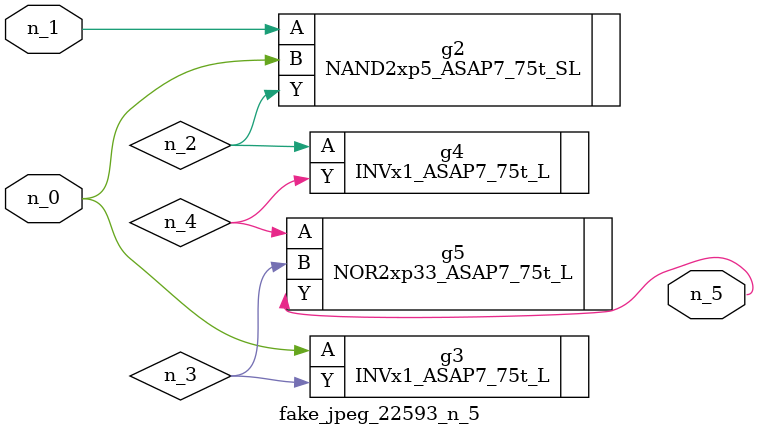
<source format=v>
module fake_jpeg_22593_n_5 (n_0, n_1, n_5);

input n_0;
input n_1;

output n_5;

wire n_3;
wire n_2;
wire n_4;

NAND2xp5_ASAP7_75t_SL g2 ( 
.A(n_1),
.B(n_0),
.Y(n_2)
);

INVx1_ASAP7_75t_L g3 ( 
.A(n_0),
.Y(n_3)
);

INVx1_ASAP7_75t_L g4 ( 
.A(n_2),
.Y(n_4)
);

NOR2xp33_ASAP7_75t_L g5 ( 
.A(n_4),
.B(n_3),
.Y(n_5)
);


endmodule
</source>
